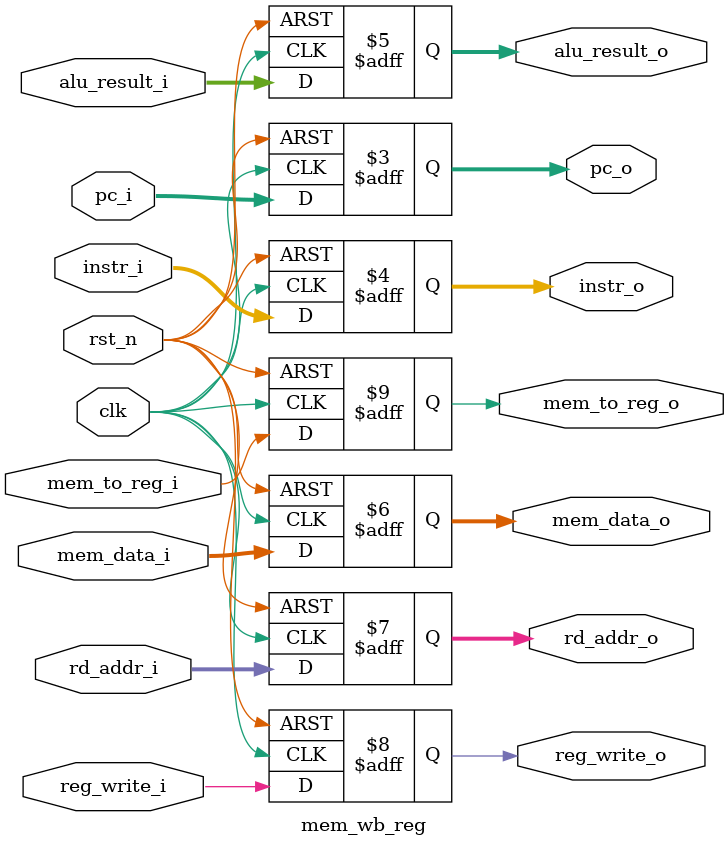
<source format=sv>
module mem_wb_reg (
    //====================================================
    // Global Signals
    //====================================================
    input  logic        clk,
    input  logic        rst_n,

    //====================================================
    // Inputs from MEM Stage (Trace / Spike Alignment)
    //====================================================
    input  logic [63:0] pc_i,        //new:
    input  logic [31:0] instr_i,     //new:

    //====================================================
    // Inputs from MEM Stage (Datapath Results)
    //====================================================
    input  logic [63:0] alu_result_i,
    input  logic [63:0] mem_data_i,

    //====================================================
    // Inputs from MEM Stage (Writeback Control)
    //====================================================
    input  logic [4:0]  rd_addr_i,
    input  logic        reg_write_i,
    input  logic        mem_to_reg_i,

    //====================================================
    // Outputs to WB Stage (Trace / Spike Alignment)
    //====================================================
    output logic [63:0] pc_o,        //new:
    output logic [31:0] instr_o,     //new:

    //====================================================
    // Outputs to WB Stage (Datapath Results)
    //====================================================
    output logic [63:0] alu_result_o,
    output logic [63:0] mem_data_o,

    //====================================================
    // Outputs to WB Stage (Writeback Control)
    //====================================================
    output logic [4:0]  rd_addr_o,
    output logic        reg_write_o,
    output logic        mem_to_reg_o
);

    //====================================================
    // MEM/WB Pipeline Register
    // - Reset  : clears WB stage state
    // - Normal : passes MEM stage results into WB stage
    //====================================================
    always_ff @(posedge clk or negedge rst_n) begin
        if (!rst_n) begin
            // Trace
            pc_o         <= 64'b0;           
            instr_o      <= 32'h0000_0013;   //new: NOP

            // Datapath
            alu_result_o <= 64'b0;
            mem_data_o   <= 64'b0;

            // Writeback control
            rd_addr_o    <= 5'b0;
            reg_write_o  <= 1'b0;
            mem_to_reg_o <= 1'b0;

        end else begin
            // Trace
            pc_o         <= pc_i;            //new:
            instr_o      <= instr_i;         //new:

            // Datapath
            alu_result_o <= alu_result_i;
            mem_data_o   <= mem_data_i;

            // Writeback control
            rd_addr_o    <= rd_addr_i;
            reg_write_o  <= reg_write_i;
            mem_to_reg_o <= mem_to_reg_i;
        end
    end

endmodule

</source>
